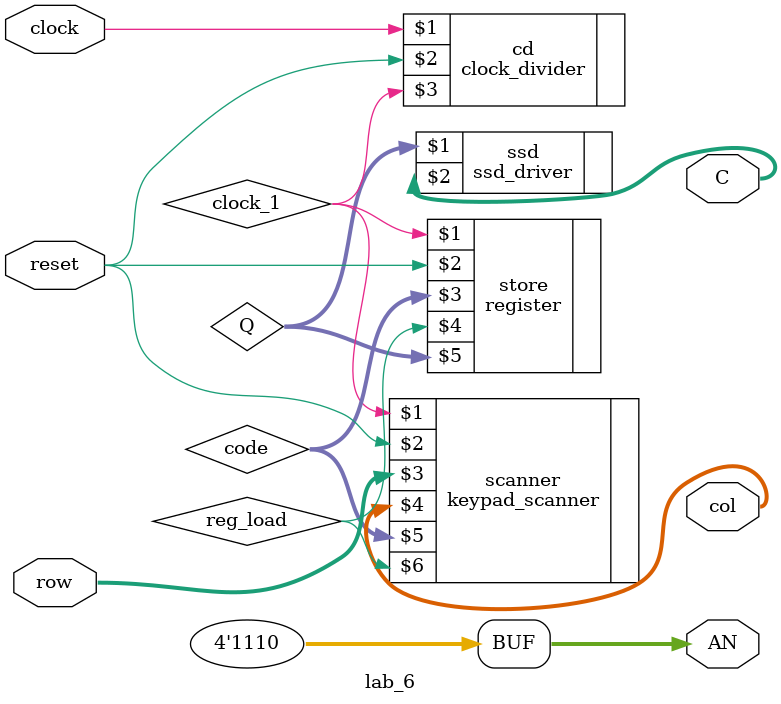
<source format=v>
`timescale 1ns / 1ps


module lab_6(row,clock,reset,col,AN,C);
input clock,reset;
input [3:0] row;
output [3:0] AN,col;
output [6:0] C;
wire [3:0] code;
assign AN = 4'b1110;
wire clock_1;
wire [3:0] Q;
clock_divider cd (clock,reset,clock_1);
keypad_scanner scanner(clock_1,reset,row,col,code,reg_load);
register store (clock_1,reset,code,reg_load,Q); 
ssd_driver ssd (Q,C);
endmodule

</source>
